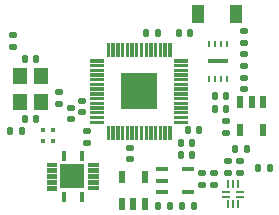
<source format=gbr>
%TF.GenerationSoftware,KiCad,Pcbnew,7.0.2-6a45011f42~172~ubuntu22.04.1*%
%TF.CreationDate,2023-06-02T20:05:51+08:00*%
%TF.ProjectId,fly2040,666c7932-3034-4302-9e6b-696361645f70,rev?*%
%TF.SameCoordinates,PX4323800PY2f1c8c0*%
%TF.FileFunction,Paste,Top*%
%TF.FilePolarity,Positive*%
%FSLAX46Y46*%
G04 Gerber Fmt 4.6, Leading zero omitted, Abs format (unit mm)*
G04 Created by KiCad (PCBNEW 7.0.2-6a45011f42~172~ubuntu22.04.1) date 2023-06-02 20:05:51*
%MOMM*%
%LPD*%
G01*
G04 APERTURE LIST*
G04 Aperture macros list*
%AMRoundRect*
0 Rectangle with rounded corners*
0 $1 Rounding radius*
0 $2 $3 $4 $5 $6 $7 $8 $9 X,Y pos of 4 corners*
0 Add a 4 corners polygon primitive as box body*
4,1,4,$2,$3,$4,$5,$6,$7,$8,$9,$2,$3,0*
0 Add four circle primitives for the rounded corners*
1,1,$1+$1,$2,$3*
1,1,$1+$1,$4,$5*
1,1,$1+$1,$6,$7*
1,1,$1+$1,$8,$9*
0 Add four rect primitives between the rounded corners*
20,1,$1+$1,$2,$3,$4,$5,0*
20,1,$1+$1,$4,$5,$6,$7,0*
20,1,$1+$1,$6,$7,$8,$9,0*
20,1,$1+$1,$8,$9,$2,$3,0*%
G04 Aperture macros list end*
%ADD10C,0.120000*%
%ADD11RoundRect,0.135000X0.135000X0.185000X-0.135000X0.185000X-0.135000X-0.185000X0.135000X-0.185000X0*%
%ADD12RoundRect,0.135000X-0.135000X-0.185000X0.135000X-0.185000X0.135000X0.185000X-0.135000X0.185000X0*%
%ADD13RoundRect,0.135000X-0.185000X0.135000X-0.185000X-0.135000X0.185000X-0.135000X0.185000X0.135000X0*%
%ADD14RoundRect,0.135000X0.185000X-0.135000X0.185000X0.135000X-0.185000X0.135000X-0.185000X-0.135000X0*%
%ADD15RoundRect,0.140000X-0.170000X0.140000X-0.170000X-0.140000X0.170000X-0.140000X0.170000X0.140000X0*%
%ADD16RoundRect,0.140000X-0.140000X-0.170000X0.140000X-0.170000X0.140000X0.170000X-0.140000X0.170000X0*%
%ADD17RoundRect,0.140000X0.170000X-0.140000X0.170000X0.140000X-0.170000X0.140000X-0.170000X-0.140000X0*%
%ADD18RoundRect,0.140000X0.140000X0.170000X-0.140000X0.170000X-0.140000X-0.170000X0.140000X-0.170000X0*%
%ADD19R,0.200000X1.100000*%
%ADD20R,1.100000X0.200000*%
%ADD21R,3.100000X3.100000*%
%ADD22R,0.280000X0.600000*%
%ADD23R,1.700000X0.300000*%
%ADD24R,0.532000X1.045000*%
%ADD25R,0.280000X0.800000*%
%ADD26R,0.800000X0.280000*%
%ADD27R,2.050000X2.050000*%
%ADD28R,1.000000X1.524000*%
%ADD29R,1.200000X1.400000*%
%ADD30R,0.450000X0.450000*%
%ADD31R,0.750000X0.200000*%
%ADD32R,0.665000X0.200000*%
%ADD33R,0.200000X0.665000*%
%ADD34R,1.040000X0.455000*%
G04 APERTURE END LIST*
%TO.C,U1*%
D10*
X14595000Y-5205000D02*
X14395000Y-5205000D01*
X14395000Y-4105000D01*
X14595000Y-4105000D01*
X14595000Y-5205000D01*
G36*
X14595000Y-5205000D02*
G01*
X14395000Y-5205000D01*
X14395000Y-4105000D01*
X14595000Y-4105000D01*
X14595000Y-5205000D01*
G37*
X14195000Y-5205000D02*
X13995000Y-5205000D01*
X13995000Y-4105000D01*
X14195000Y-4105000D01*
X14195000Y-5205000D01*
G36*
X14195000Y-5205000D02*
G01*
X13995000Y-5205000D01*
X13995000Y-4105000D01*
X14195000Y-4105000D01*
X14195000Y-5205000D01*
G37*
X13795000Y-5205000D02*
X13595000Y-5205000D01*
X13595000Y-4105000D01*
X13795000Y-4105000D01*
X13795000Y-5205000D01*
G36*
X13795000Y-5205000D02*
G01*
X13595000Y-5205000D01*
X13595000Y-4105000D01*
X13795000Y-4105000D01*
X13795000Y-5205000D01*
G37*
X13395000Y-5205000D02*
X13195000Y-5205000D01*
X13195000Y-4105000D01*
X13395000Y-4105000D01*
X13395000Y-5205000D01*
G36*
X13395000Y-5205000D02*
G01*
X13195000Y-5205000D01*
X13195000Y-4105000D01*
X13395000Y-4105000D01*
X13395000Y-5205000D01*
G37*
X12995000Y-5205000D02*
X12795000Y-5205000D01*
X12795000Y-4105000D01*
X12995000Y-4105000D01*
X12995000Y-5205000D01*
G36*
X12995000Y-5205000D02*
G01*
X12795000Y-5205000D01*
X12795000Y-4105000D01*
X12995000Y-4105000D01*
X12995000Y-5205000D01*
G37*
X12595000Y-5205000D02*
X12395000Y-5205000D01*
X12395000Y-4105000D01*
X12595000Y-4105000D01*
X12595000Y-5205000D01*
G36*
X12595000Y-5205000D02*
G01*
X12395000Y-5205000D01*
X12395000Y-4105000D01*
X12595000Y-4105000D01*
X12595000Y-5205000D01*
G37*
X12195000Y-5205000D02*
X11995000Y-5205000D01*
X11995000Y-4105000D01*
X12195000Y-4105000D01*
X12195000Y-5205000D01*
G36*
X12195000Y-5205000D02*
G01*
X11995000Y-5205000D01*
X11995000Y-4105000D01*
X12195000Y-4105000D01*
X12195000Y-5205000D01*
G37*
X11395000Y-5205000D02*
X11195000Y-5205000D01*
X11195000Y-4105000D01*
X11395000Y-4105000D01*
X11395000Y-5205000D01*
G36*
X11395000Y-5205000D02*
G01*
X11195000Y-5205000D01*
X11195000Y-4105000D01*
X11395000Y-4105000D01*
X11395000Y-5205000D01*
G37*
X10995000Y-5205000D02*
X10795000Y-5205000D01*
X10795000Y-4105000D01*
X10995000Y-4105000D01*
X10995000Y-5205000D01*
G36*
X10995000Y-5205000D02*
G01*
X10795000Y-5205000D01*
X10795000Y-4105000D01*
X10995000Y-4105000D01*
X10995000Y-5205000D01*
G37*
X10595000Y-5205000D02*
X10395000Y-5205000D01*
X10395000Y-4105000D01*
X10595000Y-4105000D01*
X10595000Y-5205000D01*
G36*
X10595000Y-5205000D02*
G01*
X10395000Y-5205000D01*
X10395000Y-4105000D01*
X10595000Y-4105000D01*
X10595000Y-5205000D01*
G37*
X10195000Y-5205000D02*
X9995000Y-5205000D01*
X9995000Y-4105000D01*
X10195000Y-4105000D01*
X10195000Y-5205000D01*
G36*
X10195000Y-5205000D02*
G01*
X9995000Y-5205000D01*
X9995000Y-4105000D01*
X10195000Y-4105000D01*
X10195000Y-5205000D01*
G37*
X9795000Y-5205000D02*
X9595000Y-5205000D01*
X9595000Y-4105000D01*
X9795000Y-4105000D01*
X9795000Y-5205000D01*
G36*
X9795000Y-5205000D02*
G01*
X9595000Y-5205000D01*
X9595000Y-4105000D01*
X9795000Y-4105000D01*
X9795000Y-5205000D01*
G37*
X9395000Y-5205000D02*
X9195000Y-5205000D01*
X9195000Y-4105000D01*
X9395000Y-4105000D01*
X9395000Y-5205000D01*
G36*
X9395000Y-5205000D02*
G01*
X9195000Y-5205000D01*
X9195000Y-4105000D01*
X9395000Y-4105000D01*
X9395000Y-5205000D01*
G37*
X11795000Y-5205000D02*
X11595000Y-5205000D01*
X11595000Y-4105000D01*
X11795000Y-4105000D01*
X11795000Y-5205000D01*
G36*
X11795000Y-5205000D02*
G01*
X11595000Y-5205000D01*
X11595000Y-4105000D01*
X11795000Y-4105000D01*
X11795000Y-5205000D01*
G37*
X15995000Y-5705000D02*
X14895000Y-5705000D01*
X14895000Y-5505000D01*
X15995000Y-5505000D01*
X15995000Y-5705000D01*
G36*
X15995000Y-5705000D02*
G01*
X14895000Y-5705000D01*
X14895000Y-5505000D01*
X15995000Y-5505000D01*
X15995000Y-5705000D01*
G37*
X8895000Y-5705000D02*
X7795000Y-5705000D01*
X7795000Y-5505000D01*
X8895000Y-5505000D01*
X8895000Y-5705000D01*
G36*
X8895000Y-5705000D02*
G01*
X7795000Y-5705000D01*
X7795000Y-5505000D01*
X8895000Y-5505000D01*
X8895000Y-5705000D01*
G37*
X15995000Y-6105000D02*
X14895000Y-6105000D01*
X14895000Y-5905000D01*
X15995000Y-5905000D01*
X15995000Y-6105000D01*
G36*
X15995000Y-6105000D02*
G01*
X14895000Y-6105000D01*
X14895000Y-5905000D01*
X15995000Y-5905000D01*
X15995000Y-6105000D01*
G37*
X8895000Y-6105000D02*
X7795000Y-6105000D01*
X7795000Y-5905000D01*
X8895000Y-5905000D01*
X8895000Y-6105000D01*
G36*
X8895000Y-6105000D02*
G01*
X7795000Y-6105000D01*
X7795000Y-5905000D01*
X8895000Y-5905000D01*
X8895000Y-6105000D01*
G37*
X8895000Y-6505000D02*
X7795000Y-6505000D01*
X7795000Y-6305000D01*
X8895000Y-6305000D01*
X8895000Y-6505000D01*
G36*
X8895000Y-6505000D02*
G01*
X7795000Y-6505000D01*
X7795000Y-6305000D01*
X8895000Y-6305000D01*
X8895000Y-6505000D01*
G37*
X15995000Y-6505000D02*
X14895000Y-6505000D01*
X14895000Y-6305000D01*
X15995000Y-6305000D01*
X15995000Y-6505000D01*
G36*
X15995000Y-6505000D02*
G01*
X14895000Y-6505000D01*
X14895000Y-6305000D01*
X15995000Y-6305000D01*
X15995000Y-6505000D01*
G37*
X8895000Y-6905000D02*
X7795000Y-6905000D01*
X7795000Y-6705000D01*
X8895000Y-6705000D01*
X8895000Y-6905000D01*
G36*
X8895000Y-6905000D02*
G01*
X7795000Y-6905000D01*
X7795000Y-6705000D01*
X8895000Y-6705000D01*
X8895000Y-6905000D01*
G37*
X15995000Y-6905000D02*
X14895000Y-6905000D01*
X14895000Y-6705000D01*
X15995000Y-6705000D01*
X15995000Y-6905000D01*
G36*
X15995000Y-6905000D02*
G01*
X14895000Y-6905000D01*
X14895000Y-6705000D01*
X15995000Y-6705000D01*
X15995000Y-6905000D01*
G37*
X13135000Y-9445000D02*
X10655000Y-9445000D01*
X10655000Y-6965000D01*
X13135000Y-6965000D01*
X13135000Y-9445000D01*
G36*
X13135000Y-9445000D02*
G01*
X10655000Y-9445000D01*
X10655000Y-6965000D01*
X13135000Y-6965000D01*
X13135000Y-9445000D01*
G37*
X15995000Y-7305000D02*
X14895000Y-7305000D01*
X14895000Y-7105000D01*
X15995000Y-7105000D01*
X15995000Y-7305000D01*
G36*
X15995000Y-7305000D02*
G01*
X14895000Y-7305000D01*
X14895000Y-7105000D01*
X15995000Y-7105000D01*
X15995000Y-7305000D01*
G37*
X8895000Y-7305000D02*
X7795000Y-7305000D01*
X7795000Y-7105000D01*
X8895000Y-7105000D01*
X8895000Y-7305000D01*
G36*
X8895000Y-7305000D02*
G01*
X7795000Y-7305000D01*
X7795000Y-7105000D01*
X8895000Y-7105000D01*
X8895000Y-7305000D01*
G37*
X8895000Y-7705000D02*
X7795000Y-7705000D01*
X7795000Y-7505000D01*
X8895000Y-7505000D01*
X8895000Y-7705000D01*
G36*
X8895000Y-7705000D02*
G01*
X7795000Y-7705000D01*
X7795000Y-7505000D01*
X8895000Y-7505000D01*
X8895000Y-7705000D01*
G37*
X15995000Y-7705000D02*
X14895000Y-7705000D01*
X14895000Y-7505000D01*
X15995000Y-7505000D01*
X15995000Y-7705000D01*
G36*
X15995000Y-7705000D02*
G01*
X14895000Y-7705000D01*
X14895000Y-7505000D01*
X15995000Y-7505000D01*
X15995000Y-7705000D01*
G37*
X8895000Y-8105000D02*
X7795000Y-8105000D01*
X7795000Y-7905000D01*
X8895000Y-7905000D01*
X8895000Y-8105000D01*
G36*
X8895000Y-8105000D02*
G01*
X7795000Y-8105000D01*
X7795000Y-7905000D01*
X8895000Y-7905000D01*
X8895000Y-8105000D01*
G37*
X15995000Y-8105000D02*
X14895000Y-8105000D01*
X14895000Y-7905000D01*
X15995000Y-7905000D01*
X15995000Y-8105000D01*
G36*
X15995000Y-8105000D02*
G01*
X14895000Y-8105000D01*
X14895000Y-7905000D01*
X15995000Y-7905000D01*
X15995000Y-8105000D01*
G37*
X15995000Y-8505000D02*
X14895000Y-8505000D01*
X14895000Y-8305000D01*
X15995000Y-8305000D01*
X15995000Y-8505000D01*
G36*
X15995000Y-8505000D02*
G01*
X14895000Y-8505000D01*
X14895000Y-8305000D01*
X15995000Y-8305000D01*
X15995000Y-8505000D01*
G37*
X8895000Y-8505000D02*
X7795000Y-8505000D01*
X7795000Y-8305000D01*
X8895000Y-8305000D01*
X8895000Y-8505000D01*
G36*
X8895000Y-8505000D02*
G01*
X7795000Y-8505000D01*
X7795000Y-8305000D01*
X8895000Y-8305000D01*
X8895000Y-8505000D01*
G37*
X15995000Y-8905000D02*
X14895000Y-8905000D01*
X14895000Y-8705000D01*
X15995000Y-8705000D01*
X15995000Y-8905000D01*
G36*
X15995000Y-8905000D02*
G01*
X14895000Y-8905000D01*
X14895000Y-8705000D01*
X15995000Y-8705000D01*
X15995000Y-8905000D01*
G37*
X8895000Y-8905000D02*
X7795000Y-8905000D01*
X7795000Y-8705000D01*
X8895000Y-8705000D01*
X8895000Y-8905000D01*
G36*
X8895000Y-8905000D02*
G01*
X7795000Y-8905000D01*
X7795000Y-8705000D01*
X8895000Y-8705000D01*
X8895000Y-8905000D01*
G37*
X8895000Y-9305000D02*
X7795000Y-9305000D01*
X7795000Y-9105000D01*
X8895000Y-9105000D01*
X8895000Y-9305000D01*
G36*
X8895000Y-9305000D02*
G01*
X7795000Y-9305000D01*
X7795000Y-9105000D01*
X8895000Y-9105000D01*
X8895000Y-9305000D01*
G37*
X15995000Y-9305000D02*
X14895000Y-9305000D01*
X14895000Y-9105000D01*
X15995000Y-9105000D01*
X15995000Y-9305000D01*
G36*
X15995000Y-9305000D02*
G01*
X14895000Y-9305000D01*
X14895000Y-9105000D01*
X15995000Y-9105000D01*
X15995000Y-9305000D01*
G37*
X8895000Y-9705000D02*
X7795000Y-9705000D01*
X7795000Y-9505000D01*
X8895000Y-9505000D01*
X8895000Y-9705000D01*
G36*
X8895000Y-9705000D02*
G01*
X7795000Y-9705000D01*
X7795000Y-9505000D01*
X8895000Y-9505000D01*
X8895000Y-9705000D01*
G37*
X15995000Y-9705000D02*
X14895000Y-9705000D01*
X14895000Y-9505000D01*
X15995000Y-9505000D01*
X15995000Y-9705000D01*
G36*
X15995000Y-9705000D02*
G01*
X14895000Y-9705000D01*
X14895000Y-9505000D01*
X15995000Y-9505000D01*
X15995000Y-9705000D01*
G37*
X8895000Y-10105000D02*
X7795000Y-10105000D01*
X7795000Y-9905000D01*
X8895000Y-9905000D01*
X8895000Y-10105000D01*
G36*
X8895000Y-10105000D02*
G01*
X7795000Y-10105000D01*
X7795000Y-9905000D01*
X8895000Y-9905000D01*
X8895000Y-10105000D01*
G37*
X15995000Y-10105000D02*
X14895000Y-10105000D01*
X14895000Y-9905000D01*
X15995000Y-9905000D01*
X15995000Y-10105000D01*
G36*
X15995000Y-10105000D02*
G01*
X14895000Y-10105000D01*
X14895000Y-9905000D01*
X15995000Y-9905000D01*
X15995000Y-10105000D01*
G37*
X15995000Y-10505000D02*
X14895000Y-10505000D01*
X14895000Y-10305000D01*
X15995000Y-10305000D01*
X15995000Y-10505000D01*
G36*
X15995000Y-10505000D02*
G01*
X14895000Y-10505000D01*
X14895000Y-10305000D01*
X15995000Y-10305000D01*
X15995000Y-10505000D01*
G37*
X8895000Y-10505000D02*
X7795000Y-10505000D01*
X7795000Y-10305000D01*
X8895000Y-10305000D01*
X8895000Y-10505000D01*
G36*
X8895000Y-10505000D02*
G01*
X7795000Y-10505000D01*
X7795000Y-10305000D01*
X8895000Y-10305000D01*
X8895000Y-10505000D01*
G37*
X15995000Y-10905000D02*
X14895000Y-10905000D01*
X14895000Y-10705000D01*
X15995000Y-10705000D01*
X15995000Y-10905000D01*
G36*
X15995000Y-10905000D02*
G01*
X14895000Y-10905000D01*
X14895000Y-10705000D01*
X15995000Y-10705000D01*
X15995000Y-10905000D01*
G37*
X8895000Y-10905000D02*
X7795000Y-10905000D01*
X7795000Y-10705000D01*
X8895000Y-10705000D01*
X8895000Y-10905000D01*
G36*
X8895000Y-10905000D02*
G01*
X7795000Y-10905000D01*
X7795000Y-10705000D01*
X8895000Y-10705000D01*
X8895000Y-10905000D01*
G37*
X12195000Y-12305000D02*
X11995000Y-12305000D01*
X11995000Y-11205000D01*
X12195000Y-11205000D01*
X12195000Y-12305000D01*
G36*
X12195000Y-12305000D02*
G01*
X11995000Y-12305000D01*
X11995000Y-11205000D01*
X12195000Y-11205000D01*
X12195000Y-12305000D01*
G37*
X9395000Y-12305000D02*
X9195000Y-12305000D01*
X9195000Y-11205000D01*
X9395000Y-11205000D01*
X9395000Y-12305000D01*
G36*
X9395000Y-12305000D02*
G01*
X9195000Y-12305000D01*
X9195000Y-11205000D01*
X9395000Y-11205000D01*
X9395000Y-12305000D01*
G37*
X14595000Y-12305000D02*
X14395000Y-12305000D01*
X14395000Y-11205000D01*
X14595000Y-11205000D01*
X14595000Y-12305000D01*
G36*
X14595000Y-12305000D02*
G01*
X14395000Y-12305000D01*
X14395000Y-11205000D01*
X14595000Y-11205000D01*
X14595000Y-12305000D01*
G37*
X14195000Y-12305000D02*
X13995000Y-12305000D01*
X13995000Y-11205000D01*
X14195000Y-11205000D01*
X14195000Y-12305000D01*
G36*
X14195000Y-12305000D02*
G01*
X13995000Y-12305000D01*
X13995000Y-11205000D01*
X14195000Y-11205000D01*
X14195000Y-12305000D01*
G37*
X13795000Y-12305000D02*
X13595000Y-12305000D01*
X13595000Y-11205000D01*
X13795000Y-11205000D01*
X13795000Y-12305000D01*
G36*
X13795000Y-12305000D02*
G01*
X13595000Y-12305000D01*
X13595000Y-11205000D01*
X13795000Y-11205000D01*
X13795000Y-12305000D01*
G37*
X13395000Y-12305000D02*
X13195000Y-12305000D01*
X13195000Y-11205000D01*
X13395000Y-11205000D01*
X13395000Y-12305000D01*
G36*
X13395000Y-12305000D02*
G01*
X13195000Y-12305000D01*
X13195000Y-11205000D01*
X13395000Y-11205000D01*
X13395000Y-12305000D01*
G37*
X12995000Y-12305000D02*
X12795000Y-12305000D01*
X12795000Y-11205000D01*
X12995000Y-11205000D01*
X12995000Y-12305000D01*
G36*
X12995000Y-12305000D02*
G01*
X12795000Y-12305000D01*
X12795000Y-11205000D01*
X12995000Y-11205000D01*
X12995000Y-12305000D01*
G37*
X12595000Y-12305000D02*
X12395000Y-12305000D01*
X12395000Y-11205000D01*
X12595000Y-11205000D01*
X12595000Y-12305000D01*
G36*
X12595000Y-12305000D02*
G01*
X12395000Y-12305000D01*
X12395000Y-11205000D01*
X12595000Y-11205000D01*
X12595000Y-12305000D01*
G37*
X11795000Y-12305000D02*
X11595000Y-12305000D01*
X11595000Y-11205000D01*
X11795000Y-11205000D01*
X11795000Y-12305000D01*
G36*
X11795000Y-12305000D02*
G01*
X11595000Y-12305000D01*
X11595000Y-11205000D01*
X11795000Y-11205000D01*
X11795000Y-12305000D01*
G37*
X11395000Y-12305000D02*
X11195000Y-12305000D01*
X11195000Y-11205000D01*
X11395000Y-11205000D01*
X11395000Y-12305000D01*
G36*
X11395000Y-12305000D02*
G01*
X11195000Y-12305000D01*
X11195000Y-11205000D01*
X11395000Y-11205000D01*
X11395000Y-12305000D01*
G37*
X10995000Y-12305000D02*
X10795000Y-12305000D01*
X10795000Y-11205000D01*
X10995000Y-11205000D01*
X10995000Y-12305000D01*
G36*
X10995000Y-12305000D02*
G01*
X10795000Y-12305000D01*
X10795000Y-11205000D01*
X10995000Y-11205000D01*
X10995000Y-12305000D01*
G37*
X10595000Y-12305000D02*
X10395000Y-12305000D01*
X10395000Y-11205000D01*
X10595000Y-11205000D01*
X10595000Y-12305000D01*
G36*
X10595000Y-12305000D02*
G01*
X10395000Y-12305000D01*
X10395000Y-11205000D01*
X10595000Y-11205000D01*
X10595000Y-12305000D01*
G37*
X10195000Y-12305000D02*
X9995000Y-12305000D01*
X9995000Y-11205000D01*
X10195000Y-11205000D01*
X10195000Y-12305000D01*
G36*
X10195000Y-12305000D02*
G01*
X9995000Y-12305000D01*
X9995000Y-11205000D01*
X10195000Y-11205000D01*
X10195000Y-12305000D01*
G37*
X9795000Y-12305000D02*
X9595000Y-12305000D01*
X9595000Y-11205000D01*
X9795000Y-11205000D01*
X9795000Y-12305000D01*
G36*
X9795000Y-12305000D02*
G01*
X9595000Y-12305000D01*
X9595000Y-11205000D01*
X9795000Y-11205000D01*
X9795000Y-12305000D01*
G37*
%TO.C,U6*%
X7170000Y-14050000D02*
X6890000Y-14050000D01*
X6890000Y-13250000D01*
X7170000Y-13250000D01*
X7170000Y-14050000D01*
G36*
X7170000Y-14050000D02*
G01*
X6890000Y-14050000D01*
X6890000Y-13250000D01*
X7170000Y-13250000D01*
X7170000Y-14050000D01*
G37*
X5670000Y-14050000D02*
X5390000Y-14050000D01*
X5390000Y-13250000D01*
X5670000Y-13250000D01*
X5670000Y-14050000D01*
G36*
X5670000Y-14050000D02*
G01*
X5390000Y-14050000D01*
X5390000Y-13250000D01*
X5670000Y-13250000D01*
X5670000Y-14050000D01*
G37*
X8430000Y-14540000D02*
X7630000Y-14540000D01*
X7630000Y-14260000D01*
X8430000Y-14260000D01*
X8430000Y-14540000D01*
G36*
X8430000Y-14540000D02*
G01*
X7630000Y-14540000D01*
X7630000Y-14260000D01*
X8430000Y-14260000D01*
X8430000Y-14540000D01*
G37*
X4930000Y-14542000D02*
X4130000Y-14542000D01*
X4130000Y-14262000D01*
X4930000Y-14262000D01*
X4930000Y-14542000D01*
G36*
X4930000Y-14542000D02*
G01*
X4130000Y-14542000D01*
X4130000Y-14262000D01*
X4930000Y-14262000D01*
X4930000Y-14542000D01*
G37*
X8430000Y-15040000D02*
X7630000Y-15040000D01*
X7630000Y-14760000D01*
X8430000Y-14760000D01*
X8430000Y-15040000D01*
G36*
X8430000Y-15040000D02*
G01*
X7630000Y-15040000D01*
X7630000Y-14760000D01*
X8430000Y-14760000D01*
X8430000Y-15040000D01*
G37*
X4930000Y-15042000D02*
X4130000Y-15042000D01*
X4130000Y-14762000D01*
X4930000Y-14762000D01*
X4930000Y-15042000D01*
G36*
X4930000Y-15042000D02*
G01*
X4130000Y-15042000D01*
X4130000Y-14762000D01*
X4930000Y-14762000D01*
X4930000Y-15042000D01*
G37*
X8430000Y-15540000D02*
X7630000Y-15540000D01*
X7630000Y-15260000D01*
X8430000Y-15260000D01*
X8430000Y-15540000D01*
G36*
X8430000Y-15540000D02*
G01*
X7630000Y-15540000D01*
X7630000Y-15260000D01*
X8430000Y-15260000D01*
X8430000Y-15540000D01*
G37*
X4930000Y-15542000D02*
X4130000Y-15542000D01*
X4130000Y-15262000D01*
X4930000Y-15262000D01*
X4930000Y-15542000D01*
G36*
X4930000Y-15542000D02*
G01*
X4130000Y-15542000D01*
X4130000Y-15262000D01*
X4930000Y-15262000D01*
X4930000Y-15542000D01*
G37*
X8430000Y-16040000D02*
X7630000Y-16040000D01*
X7630000Y-15760000D01*
X8430000Y-15760000D01*
X8430000Y-16040000D01*
G36*
X8430000Y-16040000D02*
G01*
X7630000Y-16040000D01*
X7630000Y-15760000D01*
X8430000Y-15760000D01*
X8430000Y-16040000D01*
G37*
X4930000Y-16042000D02*
X4130000Y-16042000D01*
X4130000Y-15762000D01*
X4930000Y-15762000D01*
X4930000Y-16042000D01*
G36*
X4930000Y-16042000D02*
G01*
X4130000Y-16042000D01*
X4130000Y-15762000D01*
X4930000Y-15762000D01*
X4930000Y-16042000D01*
G37*
X7100000Y-16220000D02*
X5460000Y-16220000D01*
X5460000Y-14580000D01*
X7100000Y-14580000D01*
X7100000Y-16220000D01*
G36*
X7100000Y-16220000D02*
G01*
X5460000Y-16220000D01*
X5460000Y-14580000D01*
X7100000Y-14580000D01*
X7100000Y-16220000D01*
G37*
X8430000Y-16540000D02*
X7630000Y-16540000D01*
X7630000Y-16260000D01*
X8430000Y-16260000D01*
X8430000Y-16540000D01*
G36*
X8430000Y-16540000D02*
G01*
X7630000Y-16540000D01*
X7630000Y-16260000D01*
X8430000Y-16260000D01*
X8430000Y-16540000D01*
G37*
X4930000Y-16542000D02*
X4130000Y-16542000D01*
X4130000Y-16262000D01*
X4930000Y-16262000D01*
X4930000Y-16542000D01*
G36*
X4930000Y-16542000D02*
G01*
X4130000Y-16542000D01*
X4130000Y-16262000D01*
X4930000Y-16262000D01*
X4930000Y-16542000D01*
G37*
X7170000Y-17550000D02*
X6890000Y-17550000D01*
X6890000Y-16750000D01*
X7170000Y-16750000D01*
X7170000Y-17550000D01*
G36*
X7170000Y-17550000D02*
G01*
X6890000Y-17550000D01*
X6890000Y-16750000D01*
X7170000Y-16750000D01*
X7170000Y-17550000D01*
G37*
X5670000Y-17550000D02*
X5390000Y-17550000D01*
X5390000Y-16750000D01*
X5670000Y-16750000D01*
X5670000Y-17550000D01*
G36*
X5670000Y-17550000D02*
G01*
X5390000Y-17550000D01*
X5390000Y-16750000D01*
X5670000Y-16750000D01*
X5670000Y-17550000D01*
G37*
%TD*%
D11*
%TO.C,R16*%
X16580000Y-17935000D03*
X15560000Y-17935000D03*
%TD*%
%TO.C,R15*%
X14575000Y-17945000D03*
X13555000Y-17945000D03*
%TD*%
D12*
%TO.C,R14*%
X21980001Y-14680000D03*
X23000001Y-14680000D03*
%TD*%
D13*
%TO.C,R13*%
X19440000Y-14135000D03*
X19440000Y-15155000D03*
%TD*%
%TO.C,R12*%
X1270000Y-3445000D03*
X1270000Y-4465000D03*
%TD*%
D11*
%TO.C,R9*%
X2010000Y-11625000D03*
X990000Y-11625000D03*
%TD*%
D14*
%TO.C,R8*%
X19250000Y-11755000D03*
X19250000Y-10735000D03*
%TD*%
D12*
%TO.C,R7*%
X20060001Y-13100000D03*
X21080001Y-13100000D03*
%TD*%
D14*
%TO.C,R6*%
X20785000Y-6100000D03*
X20785000Y-5080000D03*
%TD*%
D13*
%TO.C,R5*%
X20785000Y-3095000D03*
X20785000Y-4115000D03*
%TD*%
%TO.C,R4*%
X17240000Y-15105000D03*
X17240000Y-16125000D03*
%TD*%
%TO.C,R3*%
X18285000Y-15110000D03*
X18285000Y-16130000D03*
%TD*%
D14*
%TO.C,R2*%
X7510000Y-12575000D03*
X7510000Y-11555000D03*
%TD*%
%TO.C,R1*%
X5110000Y-9300000D03*
X5110000Y-8280000D03*
%TD*%
D15*
%TO.C,C14*%
X20785000Y-7075000D03*
X20785000Y-8035000D03*
%TD*%
%TO.C,C13*%
X6130000Y-9610000D03*
X6130000Y-10570000D03*
%TD*%
D16*
%TO.C,C12*%
X12545000Y-3315000D03*
X13505000Y-3315000D03*
%TD*%
%TO.C,C11*%
X15310000Y-3310000D03*
X16270000Y-3310000D03*
%TD*%
%TO.C,C10*%
X18335000Y-9695000D03*
X19295000Y-9695000D03*
%TD*%
%TO.C,C9*%
X15460000Y-13640000D03*
X16420000Y-13640000D03*
%TD*%
D17*
%TO.C,C8*%
X20505000Y-15130000D03*
X20505000Y-14170000D03*
%TD*%
D15*
%TO.C,C7*%
X11160000Y-13035000D03*
X11160000Y-13995000D03*
%TD*%
D18*
%TO.C,C6*%
X16420000Y-12572500D03*
X15460000Y-12572500D03*
%TD*%
D16*
%TO.C,C5*%
X16085000Y-11545000D03*
X17045000Y-11545000D03*
%TD*%
D15*
%TO.C,C4*%
X7135000Y-9010000D03*
X7135000Y-9970000D03*
%TD*%
D16*
%TO.C,C3*%
X2270000Y-5475000D03*
X3230000Y-5475000D03*
%TD*%
%TO.C,C2*%
X18335000Y-8630000D03*
X19295000Y-8630000D03*
%TD*%
%TO.C,C1*%
X2285000Y-10555000D03*
X3245000Y-10555000D03*
%TD*%
D19*
%TO.C,U1*%
X14495000Y-4655000D03*
X14095000Y-4655000D03*
X13695000Y-4655000D03*
X13295000Y-4655000D03*
X12895000Y-4655000D03*
X12495000Y-4655000D03*
X12095000Y-4655000D03*
X11695000Y-4655000D03*
X11295000Y-4655000D03*
X10895000Y-4655000D03*
X10495000Y-4655000D03*
X10095000Y-4655000D03*
X9695000Y-4655000D03*
X9295000Y-4655000D03*
D20*
X8345000Y-5605000D03*
X8345000Y-6005000D03*
X8345000Y-6405000D03*
X8345000Y-6805000D03*
X8345000Y-7205000D03*
X8345000Y-7605000D03*
X8345000Y-8005000D03*
X8345000Y-8405000D03*
X8345000Y-8805000D03*
X8345000Y-9205000D03*
X8345000Y-9605000D03*
X8345000Y-10005000D03*
X8345000Y-10405000D03*
X8345000Y-10805000D03*
D19*
X9295000Y-11755000D03*
X9695000Y-11755000D03*
X10095000Y-11755000D03*
X10495000Y-11755000D03*
X10895000Y-11755000D03*
X11295000Y-11755000D03*
X11695000Y-11755000D03*
X12095000Y-11755000D03*
X12495000Y-11755000D03*
X12895000Y-11755000D03*
X13295000Y-11755000D03*
X13695000Y-11755000D03*
X14095000Y-11755000D03*
X14495000Y-11755000D03*
D20*
X15445000Y-10805000D03*
X15445000Y-10405000D03*
X15445000Y-10005000D03*
X15445000Y-9605000D03*
X15445000Y-9205000D03*
X15445000Y-8805000D03*
X15445000Y-8405000D03*
X15445000Y-8005000D03*
X15445000Y-7605000D03*
X15445000Y-7205000D03*
X15445000Y-6805000D03*
X15445000Y-6405000D03*
X15445000Y-6005000D03*
X15445000Y-5605000D03*
D21*
X11895000Y-8205000D03*
%TD*%
D22*
%TO.C,U2*%
X19365000Y-4185500D03*
X18865000Y-4185500D03*
X18365000Y-4185500D03*
X17865000Y-4185500D03*
X17865000Y-7199500D03*
X18365000Y-7199500D03*
X18865000Y-7199500D03*
X19365000Y-7199500D03*
D23*
X18615000Y-5692500D03*
%TD*%
D24*
%TO.C,U4*%
X22414500Y-9172250D03*
X21464500Y-9172250D03*
X20514500Y-9172250D03*
X20514500Y-11468250D03*
X22414500Y-11468250D03*
%TD*%
D25*
%TO.C,U6*%
X5530000Y-13650000D03*
D26*
X4530000Y-14402000D03*
X4530000Y-14902000D03*
X4530000Y-15402000D03*
X4530000Y-15902000D03*
X4530000Y-16402000D03*
D25*
X5530000Y-17150000D03*
X7030000Y-17150000D03*
D26*
X8030000Y-16400000D03*
X8030000Y-15900000D03*
X8030000Y-15400000D03*
X8030000Y-14900000D03*
X8030000Y-14400000D03*
D25*
X7030000Y-13650000D03*
D27*
X6280000Y-15400000D03*
%TD*%
D24*
%TO.C,U3*%
X10505000Y-17743000D03*
X11455000Y-17743000D03*
X12405000Y-17743000D03*
X12405000Y-15447000D03*
X10505000Y-15447000D03*
%TD*%
D28*
%TO.C,SW1*%
X20095000Y-1670000D03*
X16895000Y-1670000D03*
%TD*%
D29*
%TO.C,X1*%
X3630000Y-9120000D03*
X3630000Y-6920000D03*
X1880000Y-6920000D03*
X1880000Y-9120000D03*
%TD*%
D30*
%TO.C,U7*%
X3782500Y-11545000D03*
X4632500Y-11545000D03*
X3782500Y-12395000D03*
X4632500Y-12395000D03*
%TD*%
D31*
%TO.C,U5*%
X19330000Y-16735000D03*
D32*
X19287000Y-17135000D03*
D33*
X19495000Y-17767000D03*
X19895000Y-17767000D03*
X20295000Y-17767000D03*
D32*
X20503000Y-17135000D03*
X20503000Y-16735000D03*
D33*
X20295000Y-16103000D03*
X19895000Y-16103000D03*
X19495000Y-16103000D03*
%TD*%
D34*
%TO.C,U8*%
X13870000Y-14840000D03*
X13870000Y-15790000D03*
X13870000Y-16740000D03*
X16060000Y-16740000D03*
X16060000Y-14840000D03*
%TD*%
M02*

</source>
